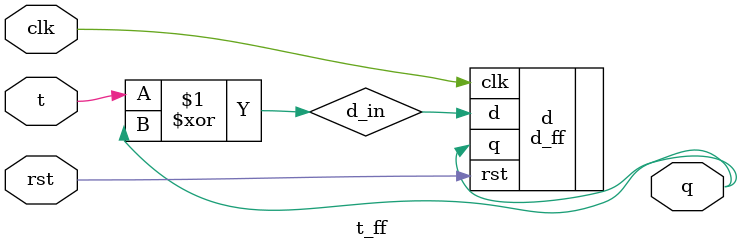
<source format=v>
`timescale 1ns/1ns
module t_ff (
    input clk,
    input rst,
    input t,
    output reg q
);
    
    wire d_in;
    assign d_in = t ^ q;

    d_ff d (
        .clk(clk),
	.rst(rst),
        .d(d_in),
        .q(q)
    );

endmodule : t_ff

</source>
